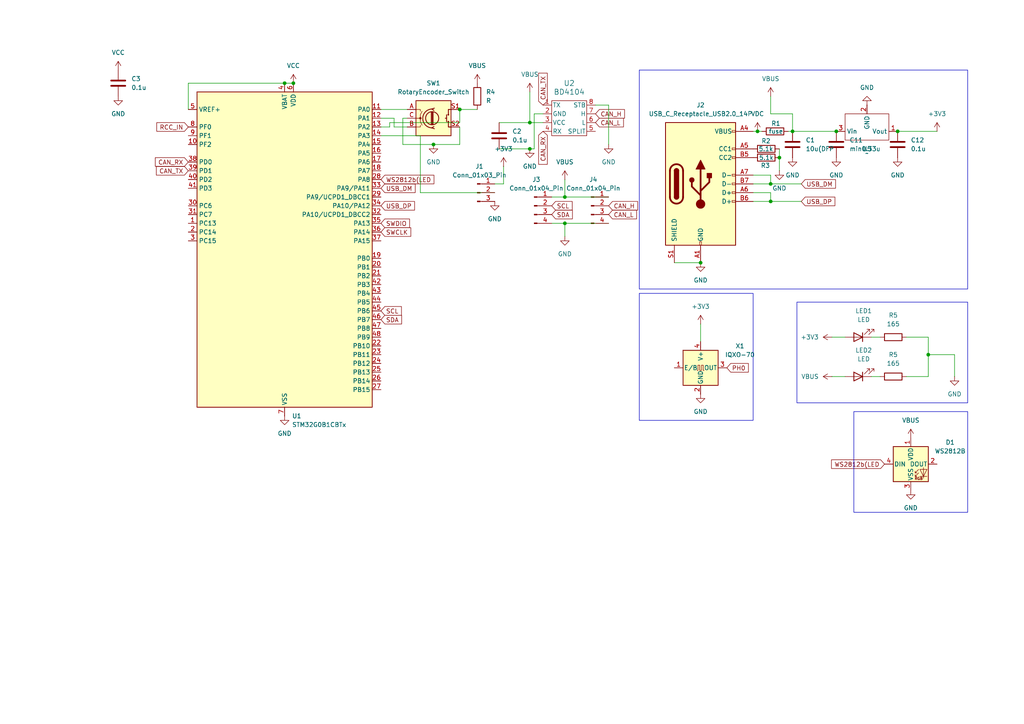
<source format=kicad_sch>
(kicad_sch (version 20250114) (generator "eeschema") (generator_version "9.0")
  (paper "A4")
  (lib_symbols
    (symbol "Connector:Conn_01x03_Pin" (pin_names (offset 1.016) (hide yes))
      (property "Reference" "J" (at 0 5.08 0))
      (property "Value" "Conn_01x03_Pin" (at 0 -5.08 0))
      (symbol "Conn_01x03_Pin_1_1"
        (rectangle (start 0.8636 2.667) (end 0 2.413) (stroke (width 0.1524)) (fill (type outline)))
        (rectangle (start 0.8636 0.127) (end 0 -0.127) (stroke (width 0.1524)) (fill (type outline)))
        (rectangle (start 0.8636 -2.413) (end 0 -2.667) (stroke (width 0.1524)) (fill (type outline)))
        (polyline (pts (xy 1.27 2.54) (xy 0.8636 2.54)) (stroke (width 0.1524)))
        (polyline (pts (xy 1.27 0) (xy 0.8636 0)) (stroke (width 0.1524)))
        (polyline (pts (xy 1.27 -2.54) (xy 0.8636 -2.54)) (stroke (width 0.1524)))
        (pin passive line (at 5.08 2.54 180) (length 3.81) (name "Pin_1") (number "1"))
        (pin passive line (at 5.08 0 180) (length 3.81) (name "Pin_2") (number "2"))
        (pin passive line (at 5.08 -2.54 180) (length 3.81) (name "Pin_3") (number "3"))
      )
    )
    (symbol "Connector:Conn_01x04_Pin" (pin_names (offset 1.016) (hide yes))
      (property "Reference" "J" (at 0 5.08 0))
      (property "Value" "Conn_01x04_Pin" (at 0 -7.62 0))
      (symbol "Conn_01x04_Pin_1_1"
        (rectangle (start 0.8636 2.667) (end 0 2.413) (stroke (width 0.1524)) (fill (type outline)))
        (rectangle (start 0.8636 0.127) (end 0 -0.127) (stroke (width 0.1524)) (fill (type outline)))
        (rectangle (start 0.8636 -2.413) (end 0 -2.667) (stroke (width 0.1524)) (fill (type outline)))
        (rectangle (start 0.8636 -4.953) (end 0 -5.207) (stroke (width 0.1524)) (fill (type outline)))
        (polyline (pts (xy 1.27 2.54) (xy 0.8636 2.54)) (stroke (width 0.1524)))
        (polyline (pts (xy 1.27 0) (xy 0.8636 0)) (stroke (width 0.1524)))
        (polyline (pts (xy 1.27 -2.54) (xy 0.8636 -2.54)) (stroke (width 0.1524)))
        (polyline (pts (xy 1.27 -5.08) (xy 0.8636 -5.08)) (stroke (width 0.1524)))
        (pin passive line (at 5.08 2.54 180) (length 3.81) (name "Pin_1") (number "1"))
        (pin passive line (at 5.08 0 180) (length 3.81) (name "Pin_2") (number "2"))
        (pin passive line (at 5.08 -2.54 180) (length 3.81) (name "Pin_3") (number "3"))
        (pin passive line (at 5.08 -5.08 180) (length 3.81) (name "Pin_4") (number "4"))
      )
    )
    (symbol "Connector:USB_C_Receptacle_USB2.0_14P" (pin_names (offset 1.016))
      (property "Reference" "J" (at 0 22.225 0))
      (property "Value" "USB_C_Receptacle_USB2.0_14P" (at 0 19.685 0))
      (symbol "USB_C_Receptacle_USB2.0_14P_0_0"
        (rectangle (start -0.254 -17.78) (end 0.254 -16.764))
        (rectangle (start 10.16 15.494) (end 9.144 14.986))
        (rectangle (start 10.16 10.414) (end 9.144 9.906))
        (rectangle (start 10.16 7.874) (end 9.144 7.366))
        (rectangle (start 10.16 2.794) (end 9.144 2.286))
        (rectangle (start 10.16 0.254) (end 9.144 -0.254))
        (rectangle (start 10.16 -2.286) (end 9.144 -2.794))
        (rectangle (start 10.16 -4.826) (end 9.144 -5.334))
      )
      (symbol "USB_C_Receptacle_USB2.0_14P_0_1"
        (rectangle (start -10.16 17.78) (end 10.16 -17.78) (stroke (width 0.254)) (fill (type background)))
        (polyline (pts (xy -8.89 -3.81) (xy -8.89 3.81)) (stroke (width 0.508)))
        (rectangle (start -7.62 -3.81) (end -6.35 3.81) (stroke (width 0.254)) (fill (type outline)))
        (arc (start -7.62 3.81) (mid -6.985 4.4423) (end -6.35 3.81) (stroke (width 0.254)))
        (arc (start -7.62 3.81) (mid -6.985 4.4423) (end -6.35 3.81) (stroke (width 0.254)) (fill (type outline)))
        (arc (start -8.89 3.81) (mid -6.985 5.7067) (end -5.08 3.81) (stroke (width 0.508)))
        (arc (start -5.08 -3.81) (mid -6.985 -5.7067) (end -8.89 -3.81) (stroke (width 0.508)))
        (arc (start -6.35 -3.81) (mid -6.985 -4.4423) (end -7.62 -3.81) (stroke (width 0.254)))
        (arc (start -6.35 -3.81) (mid -6.985 -4.4423) (end -7.62 -3.81) (stroke (width 0.254)) (fill (type outline)))
        (polyline (pts (xy -5.08 3.81) (xy -5.08 -3.81)) (stroke (width 0.508)))
        (circle (center -2.54 1.143) (radius 0.635) (stroke (width 0.254)) (fill (type outline)))
        (polyline (pts (xy -1.27 4.318) (xy 0 6.858) (xy 1.27 4.318) (xy -1.27 4.318)) (stroke (width 0.254)) (fill (type outline)))
        (polyline (pts (xy 0 -2.032) (xy 2.54 0.508) (xy 2.54 1.778)) (stroke (width 0.508)))
        (polyline (pts (xy 0 -3.302) (xy -2.54 -0.762) (xy -2.54 0.508)) (stroke (width 0.508)))
        (polyline (pts (xy 0 -5.842) (xy 0 4.318)) (stroke (width 0.508)))
        (circle (center 0 -5.842) (radius 1.27) (fill (type outline)))
        (rectangle (start 1.905 1.778) (end 3.175 3.048) (stroke (width 0.254)) (fill (type outline)))
      )
      (symbol "USB_C_Receptacle_USB2.0_14P_1_1"
        (pin passive line (at -7.62 -22.86 90) (length 5.08) (name "SHIELD") (number "S1"))
        (pin passive line (at 0 -22.86 90) (length 5.08) (name "GND") (number "A1"))
        (pin passive line (at 0 -22.86 90) (length 5.08) (hide yes) (name "GND") (number "A12"))
        (pin passive line (at 0 -22.86 90) (length 5.08) (hide yes) (name "GND") (number "B1"))
        (pin passive line (at 0 -22.86 90) (length 5.08) (hide yes) (name "GND") (number "B12"))
        (pin passive line (at 15.24 15.24 180) (length 5.08) (name "VBUS") (number "A4"))
        (pin passive line (at 15.24 15.24 180) (length 5.08) (hide yes) (name "VBUS") (number "A9"))
        (pin passive line (at 15.24 15.24 180) (length 5.08) (hide yes) (name "VBUS") (number "B4"))
        (pin passive line (at 15.24 15.24 180) (length 5.08) (hide yes) (name "VBUS") (number "B9"))
        (pin bidirectional line (at 15.24 10.16 180) (length 5.08) (name "CC1") (number "A5"))
        (pin bidirectional line (at 15.24 7.62 180) (length 5.08) (name "CC2") (number "B5"))
        (pin bidirectional line (at 15.24 2.54 180) (length 5.08) (name "D-") (number "A7"))
        (pin bidirectional line (at 15.24 0 180) (length 5.08) (name "D-") (number "B7"))
        (pin bidirectional line (at 15.24 -2.54 180) (length 5.08) (name "D+") (number "A6"))
        (pin bidirectional line (at 15.24 -5.08 180) (length 5.08) (name "D+") (number "B6"))
      )
    )
    (symbol "Device:C" (pin_numbers (hide yes)) (pin_names (offset 0.254))
      (property "Reference" "C" (at 0.635 2.54 0))
      (property "Value" "C" (at 0.635 -2.54 0))
      (symbol "C_0_1"
        (polyline (pts (xy -2.032 0.762) (xy 2.032 0.762)) (stroke (width 0.508)))
        (polyline (pts (xy -2.032 -0.762) (xy 2.032 -0.762)) (stroke (width 0.508)))
      )
      (symbol "C_1_1"
        (pin passive line (at 0 3.81 270) (length 2.794) (name "~") (number "1"))
        (pin passive line (at 0 -3.81 90) (length 2.794) (name "~") (number "2"))
      )
    )
    (symbol "Device:LED" (pin_numbers (hide yes)) (pin_names (offset 1.016) (hide yes))
      (property "Reference" "D" (at 0 2.54 0))
      (property "Value" "LED" (at 0 -2.54 0))
      (symbol "LED_0_1"
        (polyline (pts (xy -3.048 -0.762) (xy -4.572 -2.286) (xy -3.81 -2.286) (xy -4.572 -2.286) (xy -4.572 -1.524)))
        (polyline (pts (xy -1.778 -0.762) (xy -3.302 -2.286) (xy -2.54 -2.286) (xy -3.302 -2.286) (xy -3.302 -1.524)))
        (polyline (pts (xy -1.27 0) (xy 1.27 0)))
        (polyline (pts (xy -1.27 -1.27) (xy -1.27 1.27)) (stroke (width 0.254)))
        (polyline (pts (xy 1.27 -1.27) (xy 1.27 1.27) (xy -1.27 0) (xy 1.27 -1.27)) (stroke (width 0.254)))
      )
      (symbol "LED_1_1"
        (pin passive line (at -3.81 0 0) (length 2.54) (name "K") (number "1"))
        (pin passive line (at 3.81 0 180) (length 2.54) (name "A") (number "2"))
      )
    )
    (symbol "Device:R" (pin_numbers (hide yes)) (pin_names (offset 0))
      (property "Reference" "R" (at 2.032 0 90))
      (property "Value" "R" (at 0 0 90))
      (symbol "R_0_1"
        (rectangle (start -1.016 -2.54) (end 1.016 2.54) (stroke (width 0.254)))
      )
      (symbol "R_1_1"
        (pin passive line (at 0 3.81 270) (length 1.27) (name "~") (number "1"))
        (pin passive line (at 0 -3.81 90) (length 1.27) (name "~") (number "2"))
      )
    )
    (symbol "Device:RotaryEncoder_Switch" (pin_names (offset 0.254) (hide yes))
      (property "Reference" "SW" (at 0 6.604 0))
      (property "Value" "RotaryEncoder_Switch" (at 0 -6.604 0))
      (symbol "RotaryEncoder_Switch_0_1"
        (rectangle (start -5.08 5.08) (end 5.08 -5.08) (stroke (width 0.254)) (fill (type background)))
        (polyline (pts (xy -5.08 2.54) (xy -3.81 2.54) (xy -3.81 2.032)))
        (polyline (pts (xy -5.08 0) (xy -3.81 0) (xy -3.81 -1.016) (xy -3.302 -2.032)))
        (polyline (pts (xy -5.08 -2.54) (xy -3.81 -2.54) (xy -3.81 -2.032)))
        (polyline (pts (xy -4.318 0) (xy -3.81 0) (xy -3.81 1.016) (xy -3.302 2.032)))
        (circle (center -3.81 0) (radius 0.254) (fill (type outline)))
        (polyline (pts (xy -0.635 -1.778) (xy -0.635 1.778)) (stroke (width 0.254)))
        (circle (center -0.381 0) (radius 1.905) (stroke (width 0.254)))
        (polyline (pts (xy -0.381 -1.778) (xy -0.381 1.778)) (stroke (width 0.254)))
        (arc (start -0.381 -2.794) (mid -3.0988 -0.0635) (end -0.381 2.667) (stroke (width 0.254)))
        (polyline (pts (xy -0.127 1.778) (xy -0.127 -1.778)) (stroke (width 0.254)))
        (polyline (pts (xy 0.254 2.921) (xy -0.508 2.667) (xy 0.127 2.286)) (stroke (width 0.254)))
        (polyline (pts (xy 0.254 -3.048) (xy -0.508 -2.794) (xy 0.127 -2.413)) (stroke (width 0.254)))
        (polyline (pts (xy 3.81 1.016) (xy 3.81 -1.016)) (stroke (width 0.254)))
        (polyline (pts (xy 3.81 0) (xy 3.429 0)) (stroke (width 0.254)))
        (circle (center 4.318 1.016) (radius 0.127) (stroke (width 0.254)))
        (circle (center 4.318 -1.016) (radius 0.127) (stroke (width 0.254)))
        (polyline (pts (xy 5.08 2.54) (xy 4.318 2.54) (xy 4.318 1.016)) (stroke (width 0.254)))
        (polyline (pts (xy 5.08 -2.54) (xy 4.318 -2.54) (xy 4.318 -1.016)) (stroke (width 0.254)))
      )
      (symbol "RotaryEncoder_Switch_1_1"
        (pin passive line (at -7.62 2.54 0) (length 2.54) (name "A") (number "A"))
        (pin passive line (at -7.62 0 0) (length 2.54) (name "C") (number "C"))
        (pin passive line (at -7.62 -2.54 0) (length 2.54) (name "B") (number "B"))
        (pin passive line (at 7.62 2.54 180) (length 2.54) (name "S1") (number "S1"))
        (pin passive line (at 7.62 -2.54 180) (length 2.54) (name "S2") (number "S2"))
      )
    )
    (symbol "LED:WS2812B" (pin_names (offset 0.254))
      (property "Reference" "D" (at 5.08 5.715 0))
      (property "Value" "WS2812B" (at 1.27 -5.715 0))
      (symbol "WS2812B_0_0"
        (text "RGB" (at 2.286 -4.191 0) (effects (font (size 0.762 0.762))))
      )
      (symbol "WS2812B_0_1"
        (polyline (pts (xy 1.27 -2.54) (xy 1.778 -2.54)))
        (polyline (pts (xy 1.27 -3.556) (xy 1.778 -3.556)))
        (polyline (pts (xy 2.286 -1.524) (xy 1.27 -2.54) (xy 1.27 -2.032)))
        (polyline (pts (xy 2.286 -2.54) (xy 1.27 -3.556) (xy 1.27 -3.048)))
        (polyline (pts (xy 3.683 -1.016) (xy 3.683 -3.556) (xy 3.683 -4.064)))
        (polyline (pts (xy 4.699 -1.524) (xy 2.667 -1.524) (xy 3.683 -3.556) (xy 4.699 -1.524)))
        (polyline (pts (xy 4.699 -3.556) (xy 2.667 -3.556)))
        (rectangle (start 5.08 5.08) (end -5.08 -5.08) (stroke (width 0.254)) (fill (type background)))
      )
      (symbol "WS2812B_1_1"
        (pin input line (at -7.62 0 0) (length 2.54) (name "DIN") (number "4"))
        (pin power_in line (at 0 7.62 270) (length 2.54) (name "VDD") (number "1"))
        (pin power_in line (at 0 -7.62 90) (length 2.54) (name "VSS") (number "3"))
        (pin output line (at 7.62 0 180) (length 2.54) (name "DOUT") (number "2"))
      )
    )
    (symbol "MCU_ST_STM32G0:STM32G0B1CBTx"
      (property "Reference" "U" (at -25.4 46.99 0))
      (property "Value" "STM32G0B1CBTx" (at 5.08 46.99 0))
      (symbol "STM32G0B1CBTx_0_1"
        (rectangle (start -25.4 -45.72) (end 25.4 45.72) (stroke (width 0.254)) (fill (type background)))
      )
      (symbol "STM32G0B1CBTx_1_1"
        (pin input line (at -27.94 40.64 0) (length 2.54) (name "VREF+") (number "5"))
        (pin bidirectional line (at -27.94 35.56 0) (length 2.54) (name "PF0") (number "8"))
        (pin bidirectional line (at -27.94 33.02 0) (length 2.54) (name "PF1") (number "9"))
        (pin bidirectional line (at -27.94 30.48 0) (length 2.54) (name "PF2") (number "10"))
        (pin bidirectional line (at -27.94 25.4 0) (length 2.54) (name "PD0") (number "38"))
        (pin bidirectional line (at -27.94 22.86 0) (length 2.54) (name "PD1") (number "39"))
        (pin bidirectional line (at -27.94 20.32 0) (length 2.54) (name "PD2") (number "40"))
        (pin bidirectional line (at -27.94 17.78 0) (length 2.54) (name "PD3") (number "41"))
        (pin bidirectional line (at -27.94 12.7 0) (length 2.54) (name "PC6") (number "30"))
        (pin bidirectional line (at -27.94 10.16 0) (length 2.54) (name "PC7") (number "31"))
        (pin bidirectional line (at -27.94 7.62 0) (length 2.54) (name "PC13") (number "1"))
        (pin bidirectional line (at -27.94 5.08 0) (length 2.54) (name "PC14") (number "2"))
        (pin bidirectional line (at -27.94 2.54 0) (length 2.54) (name "PC15") (number "3"))
        (pin power_in line (at 0 48.26 270) (length 2.54) (name "VBAT") (number "4"))
        (pin power_in line (at 0 -48.26 90) (length 2.54) (name "VSS") (number "7"))
        (pin power_in line (at 2.54 48.26 270) (length 2.54) (name "VDD") (number "6"))
        (pin bidirectional line (at 27.94 40.64 180) (length 2.54) (name "PA0") (number "11"))
        (pin bidirectional line (at 27.94 38.1 180) (length 2.54) (name "PA1") (number "12"))
        (pin bidirectional line (at 27.94 35.56 180) (length 2.54) (name "PA2") (number "13"))
        (pin bidirectional line (at 27.94 33.02 180) (length 2.54) (name "PA3") (number "14"))
        (pin bidirectional line (at 27.94 30.48 180) (length 2.54) (name "PA4") (number "15"))
        (pin bidirectional line (at 27.94 27.94 180) (length 2.54) (name "PA5") (number "16"))
        (pin bidirectional line (at 27.94 25.4 180) (length 2.54) (name "PA6") (number "17"))
        (pin bidirectional line (at 27.94 22.86 180) (length 2.54) (name "PA7") (number "18"))
        (pin bidirectional line (at 27.94 20.32 180) (length 2.54) (name "PA8") (number "28"))
        (pin bidirectional line (at 27.94 17.78 180) (length 2.54) (name "PA9/PA11") (number "33"))
        (pin bidirectional line (at 27.94 15.24 180) (length 2.54) (name "PA9/UCPD1_DBCC1") (number "29"))
        (pin bidirectional line (at 27.94 12.7 180) (length 2.54) (name "PA10/PA12") (number "34"))
        (pin bidirectional line (at 27.94 10.16 180) (length 2.54) (name "PA10/UCPD1_DBCC2") (number "32"))
        (pin bidirectional line (at 27.94 7.62 180) (length 2.54) (name "PA13") (number "35"))
        (pin bidirectional line (at 27.94 5.08 180) (length 2.54) (name "PA14") (number "36"))
        (pin bidirectional line (at 27.94 2.54 180) (length 2.54) (name "PA15") (number "37"))
        (pin bidirectional line (at 27.94 -2.54 180) (length 2.54) (name "PB0") (number "19"))
        (pin bidirectional line (at 27.94 -5.08 180) (length 2.54) (name "PB1") (number "20"))
        (pin bidirectional line (at 27.94 -7.62 180) (length 2.54) (name "PB2") (number "21"))
        (pin bidirectional line (at 27.94 -10.16 180) (length 2.54) (name "PB3") (number "42"))
        (pin bidirectional line (at 27.94 -12.7 180) (length 2.54) (name "PB4") (number "43"))
        (pin bidirectional line (at 27.94 -15.24 180) (length 2.54) (name "PB5") (number "44"))
        (pin bidirectional line (at 27.94 -17.78 180) (length 2.54) (name "PB6") (number "45"))
        (pin bidirectional line (at 27.94 -20.32 180) (length 2.54) (name "PB7") (number "46"))
        (pin bidirectional line (at 27.94 -22.86 180) (length 2.54) (name "PB8") (number "47"))
        (pin bidirectional line (at 27.94 -25.4 180) (length 2.54) (name "PB9") (number "48"))
        (pin bidirectional line (at 27.94 -27.94 180) (length 2.54) (name "PB10") (number "22"))
        (pin bidirectional line (at 27.94 -30.48 180) (length 2.54) (name "PB11") (number "23"))
        (pin bidirectional line (at 27.94 -33.02 180) (length 2.54) (name "PB12") (number "24"))
        (pin bidirectional line (at 27.94 -35.56 180) (length 2.54) (name "PB13") (number "25"))
        (pin bidirectional line (at 27.94 -38.1 180) (length 2.54) (name "PB14") (number "26"))
        (pin bidirectional line (at 27.94 -40.64 180) (length 2.54) (name "PB15") (number "27"))
      )
    )
    (symbol "Oscillator:IQXO-70" (pin_names (offset 0.254))
      (property "Reference" "X" (at -5.08 6.35 0))
      (property "Value" "IQXO-70" (at 1.27 -6.35 0))
      (symbol "IQXO-70_0_1"
        (rectangle (start -5.08 5.08) (end 5.08 -5.08) (stroke (width 0.254)) (fill (type background)))
        (polyline (pts (xy -1.016 -0.762) (xy -0.762 -0.762) (xy -0.762 0.762) (xy -0.254 0.762) (xy -0.254 -0.762) (xy 0.254 -0.762) (xy 0.254 0.762) (xy 0.762 0.762) (xy 0.762 -0.762) (xy 1.016 -0.762)))
      )
      (symbol "IQXO-70_1_1"
        (pin input line (at -7.62 0 0) (length 2.54) (name "E/B") (number "1"))
        (pin power_in line (at 0 7.62 270) (length 2.54) (name "V+") (number "4"))
        (pin power_in line (at 0 -7.62 90) (length 2.54) (name "GND") (number "2"))
        (pin output line (at 7.62 0 180) (length 2.54) (name "OUT") (number "3"))
      )
    )
    (symbol "jisaku:BD4104" (pin_names (offset 0.254))
      (property "Reference" "U" (at -0.008 6.376 0))
      (property "Value" "BD4104" (at -0.508 8.636 0))
      (symbol "BD4104_1_1"
        (rectangle (start -5.08 5.08) (end 5.08 -5.08))
        (pin unspecified line (at -7.62 3.81 0) (length 2.54) (name "TX") (number "1"))
        (pin unspecified line (at -7.62 1.27 0) (length 2.54) (name "GND") (number "2"))
        (pin unspecified line (at -7.62 -1.27 0) (length 2.54) (name "VCC") (number "3"))
        (pin unspecified line (at -7.62 -3.81 0) (length 2.54) (name "RX") (number "4"))
        (pin unspecified line (at 7.62 3.81 180) (length 2.54) (name "STB") (number "8"))
        (pin unspecified line (at 7.62 1.27 180) (length 2.54) (name "H") (number "7"))
        (pin unspecified line (at 7.62 -1.27 180) (length 2.54) (name "L") (number "6"))
        (pin unspecified line (at 7.62 -3.81 180) (length 2.54) (name "SPLIT") (number "5"))
      )
    )
    (symbol "jisaku:NJM78L00SU3"
      (property "Reference" "U" (at 0 1.016 0))
      (symbol "NJM78L00SU3_0_1"
        (rectangle (start -6.35 2.54) (end 6.35 -5.08))
      )
      (symbol "NJM78L00SU3_1_1"
        (pin input line (at -8.89 0 0) (length 2.54) (name "Vin") (number "3"))
        (pin input line (at 0 -7.62 90) (length 2.54) (name "GND") (number "2"))
        (pin input line (at 8.89 0 180) (length 2.54) (name "Vout") (number "1"))
      )
    )
    (symbol "power:+3V3" (power) (pin_numbers (hide yes)) (pin_names (offset 0) (hide yes))
      (property "Value" "+3V3" (at 0 3.556 0))
      (symbol "+3V3_0_1"
        (polyline (pts (xy -0.762 1.27) (xy 0 2.54)))
        (polyline (pts (xy 0 2.54) (xy 0.762 1.27)))
        (polyline (pts (xy 0 0) (xy 0 2.54)))
      )
      (symbol "+3V3_1_1"
        (pin power_in line (at 0 0 90) (length 0) (name "~") (number "1"))
      )
    )
    (symbol "power:GND" (power) (pin_numbers (hide yes)) (pin_names (offset 0) (hide yes))
      (property "Value" "GND" (at 0 -3.81 0))
      (symbol "GND_0_1"
        (polyline (pts (xy 0 0) (xy 0 -1.27) (xy 1.27 -1.27) (xy 0 -2.54) (xy -1.27 -1.27) (xy 0 -1.27)))
      )
      (symbol "GND_1_1"
        (pin power_in line (at 0 0 270) (length 0) (name "~") (number "1"))
      )
    )
    (symbol "power:VBUS" (power) (pin_numbers (hide yes)) (pin_names (offset 0) (hide yes))
      (property "Value" "VBUS" (at 0 3.556 0))
      (symbol "VBUS_0_1"
        (polyline (pts (xy -0.762 1.27) (xy 0 2.54)))
        (polyline (pts (xy 0 2.54) (xy 0.762 1.27)))
        (polyline (pts (xy 0 0) (xy 0 2.54)))
      )
      (symbol "VBUS_1_1"
        (pin power_in line (at 0 0 90) (length 0) (name "~") (number "1"))
      )
    )
    (symbol "power:VCC" (power) (pin_numbers (hide yes)) (pin_names (offset 0) (hide yes))
      (property "Value" "VCC" (at 0 3.556 0))
      (symbol "VCC_0_1"
        (polyline (pts (xy -0.762 1.27) (xy 0 2.54)))
        (polyline (pts (xy 0 2.54) (xy 0.762 1.27)))
        (polyline (pts (xy 0 0) (xy 0 2.54)))
      )
      (symbol "VCC_1_1"
        (pin power_in line (at 0 0 90) (length 0) (name "~") (number "1"))
      )
    )
    (symbol "power:VDC" (power) (pin_numbers (hide yes)) (pin_names (offset 0) (hide yes))
      (property "Value" "VDC" (at 0 3.556 0))
      (symbol "VDC_0_1"
        (polyline (pts (xy -0.762 1.27) (xy 0 2.54)))
        (polyline (pts (xy 0 2.54) (xy 0.762 1.27)))
        (polyline (pts (xy 0 0) (xy 0 2.54)))
      )
      (symbol "VDC_1_1"
        (pin power_in line (at 0 0 90) (length 0) (name "~") (number "1"))
      )
    )
  )
  (rectangle (start 231.14 87.63) (end 280.67 116.84))
  (rectangle (start 185.42 85.09) (end 218.44 121.92))
  (rectangle (start 247.65 119.38) (end 280.67 148.59))
  (rectangle (start 185.42 20.32) (end 280.67 83.82))
  (junction (at 82.55 24.13))
  (junction (at 260.35 38.1))
  (junction (at 163.83 64.77))
  (junction (at 226.06 45.72))
  (junction (at 153.67 43.18))
  (junction (at 242.57 38.1))
  (junction (at 223.52 53.34))
  (junction (at 133.35 31.75))
  (junction (at 85.09 24.13))
  (junction (at 153.67 35.56))
  (junction (at 163.83 57.15))
  (junction (at 203.2 76.2))
  (junction (at 269.24 102.87))
  (junction (at 219.71 38.1))
  (junction (at 229.87 38.1))
  (junction (at 223.52 58.42))
  (junction (at 125.73 41.91))
  (wire (pts (xy 219.71 38.1) (xy 218.44 38.1)))
  (wire (pts (xy 54.61 24.13) (xy 82.55 24.13)))
  (wire (pts (xy 203.2 93.98) (xy 203.2 99.06)))
  (wire (pts (xy 218.44 58.42) (xy 223.52 58.42)))
  (wire (pts (xy 153.67 26.67) (xy 153.67 35.56)))
  (wire (pts (xy 223.52 58.42) (xy 232.41 58.42)))
  (wire (pts (xy 110.49 36.83) (xy 113.03 36.83)))
  (wire (pts (xy 113.03 36.83) (xy 113.03 35.56)))
  (wire (pts (xy 110.49 34.29) (xy 114.3 34.29)))
  (wire (pts (xy 195.58 76.2) (xy 203.2 76.2)))
  (wire (pts (xy 269.24 97.79) (xy 269.24 102.87)))
  (wire (pts (xy 163.83 52.07) (xy 163.83 57.15)))
  (wire (pts (xy 121.92 39.37) (xy 110.49 39.37)))
  (wire (pts (xy 218.44 55.88) (xy 223.52 55.88)))
  (wire (pts (xy 138.43 31.75) (xy 133.35 31.75)))
  (wire (pts (xy 163.83 57.15) (xy 176.53 57.15)))
  (wire (pts (xy 176.53 41.91) (xy 176.53 30.48)))
  (wire (pts (xy 121.92 55.88) (xy 121.92 39.37)))
  (wire (pts (xy 133.35 41.91) (xy 125.73 41.91)))
  (wire (pts (xy 154.94 43.18) (xy 153.67 43.18)))
  (wire (pts (xy 241.3 97.79) (xy 245.11 97.79)))
  (wire (pts (xy 269.24 109.22) (xy 262.89 109.22)))
  (wire (pts (xy 223.52 53.34) (xy 232.41 53.34)))
  (wire (pts (xy 260.35 38.1) (xy 271.78 38.1)))
  (wire (pts (xy 154.94 43.18) (xy 154.94 33.02)))
  (wire (pts (xy 163.83 64.77) (xy 163.83 68.58)))
  (wire (pts (xy 144.78 35.56) (xy 153.67 35.56)))
  (wire (pts (xy 269.24 102.87) (xy 276.86 102.87)))
  (wire (pts (xy 229.87 38.1) (xy 242.57 38.1)))
  (wire (pts (xy 218.44 53.34) (xy 223.52 53.34)))
  (wire (pts (xy 114.3 36.83) (xy 118.11 36.83)))
  (wire (pts (xy 223.52 55.88) (xy 223.52 58.42)))
  (wire (pts (xy 116.84 34.29) (xy 116.84 41.91)))
  (wire (pts (xy 228.6 38.1) (xy 229.87 38.1)))
  (wire (pts (xy 110.49 31.75) (xy 118.11 31.75)))
  (wire (pts (xy 218.44 50.8) (xy 223.52 50.8)))
  (wire (pts (xy 133.35 36.83) (xy 133.35 41.91)))
  (wire (pts (xy 262.89 97.79) (xy 269.24 97.79)))
  (wire (pts (xy 82.55 24.13) (xy 85.09 24.13)))
  (wire (pts (xy 146.05 53.34) (xy 143.51 53.34)))
  (wire (pts (xy 220.98 38.1) (xy 219.71 38.1)))
  (wire (pts (xy 146.05 48.26) (xy 146.05 53.34)))
  (wire (pts (xy 154.94 33.02) (xy 157.48 33.02)))
  (wire (pts (xy 226.06 43.18) (xy 226.06 45.72)))
  (wire (pts (xy 133.35 35.56) (xy 133.35 31.75)))
  (wire (pts (xy 163.83 57.15) (xy 160.02 57.15)))
  (wire (pts (xy 229.87 33.02) (xy 229.87 38.1)))
  (wire (pts (xy 143.51 55.88) (xy 121.92 55.88)))
  (wire (pts (xy 163.83 64.77) (xy 176.53 64.77)))
  (wire (pts (xy 226.06 49.53) (xy 226.06 45.72)))
  (wire (pts (xy 269.24 102.87) (xy 269.24 109.22)))
  (wire (pts (xy 276.86 102.87) (xy 276.86 109.22)))
  (wire (pts (xy 116.84 34.29) (xy 118.11 34.29)))
  (wire (pts (xy 223.52 27.94) (xy 223.52 33.02)))
  (wire (pts (xy 252.73 97.79) (xy 255.27 97.79)))
  (wire (pts (xy 160.02 64.77) (xy 163.83 64.77)))
  (wire (pts (xy 223.52 33.02) (xy 229.87 33.02)))
  (wire (pts (xy 125.73 41.91) (xy 116.84 41.91)))
  (wire (pts (xy 252.73 109.22) (xy 255.27 109.22)))
  (wire (pts (xy 176.53 30.48) (xy 172.72 30.48)))
  (wire (pts (xy 153.67 35.56) (xy 157.48 35.56)))
  (wire (pts (xy 153.67 43.18) (xy 144.78 43.18)))
  (wire (pts (xy 241.3 109.22) (xy 245.11 109.22)))
  (wire (pts (xy 114.3 34.29) (xy 114.3 36.83)))
  (wire (pts (xy 54.61 31.75) (xy 54.61 24.13)))
  (wire (pts (xy 113.03 35.56) (xy 133.35 35.56)))
  (wire (pts (xy 223.52 50.8) (xy 223.52 53.34)))
  (global_label "CAN_RX" (shape input) (at 54.61 46.99 180) (property "Intersheetrefs" "${INTERSHEET_REFS}" (effects (hide yes))))
  (global_label "USB_DM" (shape input) (at 110.49 54.61 0) (property "Intersheetrefs" "${INTERSHEET_REFS}" (effects (hide yes))))
  (global_label "CAN_TX" (shape input) (at 157.48 30.48 90) (property "Intersheetrefs" "${INTERSHEET_REFS}" (effects (hide yes))))
  (global_label "USB_DP" (shape input) (at 232.41 58.42 0) (property "Intersheetrefs" "${INTERSHEET_REFS}" (effects (hide yes))))
  (global_label "RCC_IN" (shape input) (at 54.61 36.83 180) (property "Intersheetrefs" "${INTERSHEET_REFS}" (effects (hide yes))))
  (global_label "CAN_TX" (shape input) (at 54.61 49.53 180) (property "Intersheetrefs" "${INTERSHEET_REFS}" (effects (hide yes))))
  (global_label "WS2812b(LED" (shape input) (at 110.49 52.07 0) (property "Intersheetrefs" "${INTERSHEET_REFS}" (effects (hide yes))))
  (global_label "SCL" (shape input) (at 110.49 90.17 0) (property "Intersheetrefs" "${INTERSHEET_REFS}" (effects (hide yes))))
  (global_label "CAN_H" (shape input) (at 176.53 59.69 0) (property "Intersheetrefs" "${INTERSHEET_REFS}" (effects (hide yes))))
  (global_label "SDA" (shape input) (at 110.49 92.71 0) (property "Intersheetrefs" "${INTERSHEET_REFS}" (effects (hide yes))))
  (global_label "CAN_H" (shape input) (at 172.72 33.02 0) (property "Intersheetrefs" "${INTERSHEET_REFS}" (effects (hide yes))))
  (global_label "CAN_RX" (shape input) (at 157.48 38.1 270) (property "Intersheetrefs" "${INTERSHEET_REFS}" (effects (hide yes))))
  (global_label "USB_DP" (shape input) (at 110.49 59.69 0) (property "Intersheetrefs" "${INTERSHEET_REFS}" (effects (hide yes))))
  (global_label "USB_DM" (shape input) (at 232.41 53.34 0) (property "Intersheetrefs" "${INTERSHEET_REFS}" (effects (hide yes))))
  (global_label "WS2812b(LED" (shape input) (at 256.54 134.62 180) (property "Intersheetrefs" "${INTERSHEET_REFS}" (effects (hide yes))))
  (global_label "SCL" (shape input) (at 160.02 59.69 0) (property "Intersheetrefs" "${INTERSHEET_REFS}" (effects (hide yes))))
  (global_label "CAN_L" (shape input) (at 172.72 35.56 0) (property "Intersheetrefs" "${INTERSHEET_REFS}" (effects (hide yes))))
  (global_label "SWCLK" (shape input) (at 110.49 67.31 0) (property "Intersheetrefs" "${INTERSHEET_REFS}" (effects (hide yes))))
  (global_label "PH0" (shape input) (at 210.82 106.68 0) (property "Intersheetrefs" "${INTERSHEET_REFS}" (effects (hide yes))))
  (global_label "SWDIO" (shape input) (at 110.49 64.77 0) (property "Intersheetrefs" "${INTERSHEET_REFS}" (effects (hide yes))))
  (global_label "CAN_L" (shape input) (at 176.53 62.23 0) (property "Intersheetrefs" "${INTERSHEET_REFS}" (effects (hide yes))))
  (global_label "SDA" (shape input) (at 160.02 62.23 0) (property "Intersheetrefs" "${INTERSHEET_REFS}" (effects (hide yes))))
  (symbol (lib_id "power:GND") (at 153.67 43.18 0) (unit 1)
    (property "Reference" "#PWR08" (effects (hide yes)))
    (property "Value" "GND" (at 153.67 48.26 0))
    (property "Description" "Power symbol creates a global label with name \"GND\" , ground" (effects (hide yes)))
  )
  (symbol (lib_id "power:VBUS") (at 223.52 27.94 0) (unit 1)
    (property "Reference" "#PWR03" (effects (hide yes)))
    (property "Value" "VBUS" (at 223.52 22.86 0))
    (property "Description" "Power symbol creates a global label with name \"VBUS\"" (effects (hide yes)))
  )
  (symbol (lib_id "Device:C") (at 242.57 41.91 0) (unit 1)
    (property "Reference" "C11" (at 246.38 40.6399 0) (effects (justify left)))
    (property "Value" "min0.33u" (at 246.38 43.1799 0) (effects (justify left)))
    (property "Footprint" "Capacitor_SMD:C_0603_1608Metric" (effects (hide yes)))
    (property "Description" "Unpolarized capacitor" (effects (hide yes)))
  )
  (symbol (lib_id "power:VBUS") (at 264.16 127 0) (unit 1)
    (property "Reference" "#PWR022" (effects (hide yes)))
    (property "Value" "VBUS" (at 264.16 121.92 0))
    (property "Description" "Power symbol creates a global label with name \"VBUS\"" (effects (hide yes)))
  )
  (symbol (lib_id "Device:LED") (at 248.92 97.79 180) (unit 1)
    (property "Reference" "LED1" (at 250.5075 90.17 0))
    (property "Value" "LED" (at 250.5075 92.71 0))
    (property "Footprint" "LED_SMD:LED_0603_1608Metric_Pad1.05x0.95mm_HandSolder" (effects (hide yes)))
    (property "Description" "Light emitting diode" (effects (hide yes)))
  )
  (symbol (lib_id "power:VBUS") (at 241.3 109.22 90) (unit 1)
    (property "Reference" "#PWR019" (effects (hide yes)))
    (property "Value" "VBUS" (at 237.49 109.2199 90) (effects (justify left)))
    (property "Description" "Power symbol creates a global label with name \"VBUS\"" (effects (hide yes)))
  )
  (symbol (lib_id "power:GND") (at 34.29 27.94 0) (unit 1)
    (property "Reference" "#PWR018" (effects (hide yes)))
    (property "Value" "GND" (at 34.29 33.02 0))
    (property "Description" "Power symbol creates a global label with name \"GND\" , ground" (effects (hide yes)))
  )
  (symbol (lib_id "LED:WS2812B") (at 264.16 134.62 0) (unit 1)
    (property "Reference" "D1" (at 275.59 128.3014 0))
    (property "Value" "WS2812B" (at 275.59 130.8414 0))
    (property "Footprint" "LED_SMD:LED_WS2812B_PLCC4_5.0x5.0mm_P3.2mm" (effects (hide yes)))
    (property "Datasheet" "https://cdn-shop.adafruit.com/datasheets/WS2812B.pdf" (effects (hide yes)))
    (property "Description" "RGB LED with integrated controller" (effects (hide yes)))
  )
  (symbol (lib_id "power:VBUS") (at 138.43 24.13 0) (unit 1)
    (property "Reference" "#PWR016" (effects (hide yes)))
    (property "Value" "VBUS" (at 138.43 19.05 0))
    (property "Description" "Power symbol creates a global label with name \"VBUS\"" (effects (hide yes)))
  )
  (symbol (lib_id "jisaku:BD4104") (at 165.1 34.29 0) (unit 1)
    (property "Reference" "U2" (at 165.1 24.13 0) (effects (font (size 1.524 1.524))))
    (property "Value" "BD4104" (at 165.1 26.67 0) (effects (font (size 1.524 1.524))))
    (property "Footprint" "SOP-J8" (effects (hide yes)))
    (property "Datasheet" "SOP-J8" (effects (hide yes)))
  )
  (symbol (lib_id "power:GND") (at 82.55 120.65 0) (unit 1)
    (property "Reference" "#PWR01" (effects (hide yes)))
    (property "Value" "GND" (at 82.55 125.73 0))
    (property "Description" "Power symbol creates a global label with name \"GND\" , ground" (effects (hide yes)))
  )
  (symbol (lib_id "power:GND") (at 276.86 109.22 0) (unit 1)
    (property "Reference" "#PWR020" (effects (hide yes)))
    (property "Value" "GND" (at 276.86 114.3 0))
    (property "Description" "Power symbol creates a global label with name \"GND\" , ground" (effects (hide yes)))
  )
  (symbol (lib_id "power:GND") (at 125.73 41.91 0) (unit 1)
    (property "Reference" "#PWR015" (effects (hide yes)))
    (property "Value" "GND" (at 125.73 46.99 0))
    (property "Description" "Power symbol creates a global label with name \"GND\" , ground" (effects (hide yes)))
  )
  (symbol (lib_id "Device:R") (at 259.08 109.22 90) (unit 1)
    (property "Reference" "R5" (at 259.08 102.87 90))
    (property "Value" "165" (at 259.08 105.41 90))
    (property "Footprint" "Resistor_SMD:R_0603_1608Metric_Pad0.98x0.95mm_HandSolder" (effects (hide yes)))
    (property "Description" "Resistor" (effects (hide yes)))
  )
  (symbol (lib_id "Connector:USB_C_Receptacle_USB2.0_14P") (at 203.2 53.34 0) (unit 1)
    (property "Reference" "J2" (at 203.2 30.48 0))
    (property "Value" "USB_C_Receptacle_USB2.0_14P" (at 203.2 33.02 0))
    (property "Footprint" "jisaku:USB_C_Receptacle_aitendo" (effects (hide yes)))
    (property "Datasheet" "https://www.usb.org/sites/default/files/documents/usb_type-c.zip" (effects (hide yes)))
    (property "Description" "USB 2.0-only 14P Type-C Receptacle connector" (effects (hide yes)))
  )
  (symbol (lib_id "Connector:Conn_01x04_Pin") (at 171.45 59.69 0) (unit 1)
    (property "Reference" "J4" (at 172.085 52.07 0))
    (property "Value" "Conn_01x04_Pin" (at 172.085 54.61 0))
    (property "Description" "Generic connector, single row, 01x04, script generated" (effects (hide yes)))
  )
  (symbol (lib_id "power:+3V3") (at 146.05 48.26 0) (unit 1)
    (property "Reference" "#PWR023" (effects (hide yes)))
    (property "Value" "+3V3" (at 146.05 43.18 0))
    (property "Description" "Power symbol creates a global label with name \"+3V3\"" (effects (hide yes)))
  )
  (symbol (lib_id "power:VBUS") (at 163.83 52.07 0) (unit 1)
    (property "Reference" "#PWR014" (effects (hide yes)))
    (property "Value" "VBUS" (at 163.83 46.99 0))
    (property "Description" "Power symbol creates a global label with name \"VBUS\"" (effects (hide yes)))
  )
  (symbol (lib_id "Device:R") (at 224.79 38.1 90) (unit 1)
    (property "Reference" "R1" (at 225.044 35.814 90))
    (property "Value" "fuse" (at 225.044 38.1 90))
    (property "Footprint" "Resistor_SMD:R_0603_1608Metric_Pad0.98x0.95mm_HandSolder" (effects (hide yes)))
    (property "Description" "Resistor" (effects (hide yes)))
  )
  (symbol (lib_id "power:GND") (at 242.57 45.72 0) (unit 1)
    (property "Reference" "#PWR04" (effects (hide yes)))
    (property "Value" "GND" (at 242.57 50.8 0))
    (property "Description" "Power symbol creates a global label with name \"GND\" , ground" (effects (hide yes)))
  )
  (symbol (lib_id "power:VDC") (at 219.71 38.1 0) (unit 1)
    (property "Reference" "#PWR030" (effects (hide yes)))
    (property "Value" "VDC" (at 219.71 33.02 0))
    (property "Description" "Power symbol creates a global label with name \"VDC\"" (effects (hide yes)))
  )
  (symbol (lib_id "Device:C") (at 229.87 41.91 0) (unit 1)
    (property "Reference" "C1" (at 233.68 40.6399 0) (effects (justify left)))
    (property "Value" "10u(DFP" (at 233.68 43.1799 0) (effects (justify left)))
    (property "Footprint" "Capacitor_SMD:C_0603_1608Metric" (effects (hide yes)))
    (property "Description" "Unpolarized capacitor" (effects (hide yes)))
  )
  (symbol (lib_id "Device:RotaryEncoder_Switch") (at 125.73 34.29 0) (unit 1)
    (property "Reference" "SW1" (at 125.73 24.13 0))
    (property "Value" "RotaryEncoder_Switch" (at 125.73 26.67 0))
    (property "Description" "Rotary encoder, dual channel, incremental quadrate outputs, with switch" (effects (hide yes)))
  )
  (symbol (lib_id "power:GND") (at 203.2 76.2 0) (unit 1)
    (property "Reference" "#PWR06" (effects (hide yes)))
    (property "Value" "GND" (at 203.2 81.28 0))
    (property "Description" "Power symbol creates a global label with name \"GND\" , ground" (effects (hide yes)))
  )
  (symbol (lib_id "power:GND") (at 264.16 142.24 0) (unit 1)
    (property "Reference" "#PWR034" (effects (hide yes)))
    (property "Value" "GND" (at 264.16 147.32 0))
    (property "Description" "Power symbol creates a global label with name \"GND\" , ground" (effects (hide yes)))
  )
  (symbol (lib_id "power:GND") (at 163.83 68.58 0) (unit 1)
    (property "Reference" "#PWR013" (effects (hide yes)))
    (property "Value" "GND" (at 163.83 73.66 0))
    (property "Description" "Power symbol creates a global label with name \"GND\" , ground" (effects (hide yes)))
  )
  (symbol (lib_id "MCU_ST_STM32G0:STM32G0B1CBTx") (at 82.55 72.39 0) (unit 1)
    (property "Reference" "U1" (at 84.6933 120.65 0) (effects (justify left)))
    (property "Value" "STM32G0B1CBTx" (at 84.6933 123.19 0) (effects (justify left)))
    (property "Footprint" "Package_QFP:LQFP-48_7x7mm_P0.5mm" (effects (hide yes)))
    (property "Datasheet" "https://www.st.com/resource/en/datasheet/stm32g0b1cb.pdf" (effects (hide yes)))
    (property "Description" "STMicroelectronics Arm Cortex-M0+ MCU, 128KB flash, 144KB RAM, 64 MHz, 1.7-3.6V, 44 GPIO, LQFP48" (effects (hide yes)))
  )
  (symbol (lib_id "power:GND") (at 260.35 45.72 0) (unit 1)
    (property "Reference" "#PWR05" (effects (hide yes)))
    (property "Value" "GND" (at 260.35 50.8 0))
    (property "Description" "Power symbol creates a global label with name \"GND\" , ground" (effects (hide yes)))
  )
  (symbol (lib_id "power:GND") (at 143.51 58.42 0) (unit 1)
    (property "Reference" "#PWR024" (effects (hide yes)))
    (property "Value" "GND" (at 143.51 63.5 0))
    (property "Description" "Power symbol creates a global label with name \"GND\" , ground" (effects (hide yes)))
  )
  (symbol (lib_id "Device:R") (at 222.25 45.72 90) (unit 1)
    (property "Reference" "R3" (at 221.996 48.006 90))
    (property "Value" "5.1k" (at 222.25 45.72 90))
    (property "Footprint" "Resistor_SMD:R_0603_1608Metric_Pad0.98x0.95mm_HandSolder" (effects (hide yes)))
    (property "Description" "Resistor" (effects (hide yes)))
  )
  (symbol (lib_id "Connector:Conn_01x03_Pin") (at 138.43 55.88 0) (unit 1)
    (property "Reference" "J1" (at 139.065 48.26 0))
    (property "Value" "Conn_01x03_Pin" (at 139.065 50.8 0))
    (property "Description" "Generic connector, single row, 01x03, script generated" (effects (hide yes)))
  )
  (symbol (lib_id "Device:C") (at 34.29 24.13 0) (unit 1)
    (property "Reference" "C3" (at 38.1 22.8599 0) (effects (justify left)))
    (property "Value" "0.1u" (at 38.1 25.3999 0) (effects (justify left)))
    (property "Description" "Unpolarized capacitor" (effects (hide yes)))
  )
  (symbol (lib_id "power:GND") (at 176.53 41.91 0) (unit 1)
    (property "Reference" "#PWR012" (effects (hide yes)))
    (property "Value" "GND" (at 176.53 46.99 0))
    (property "Description" "Power symbol creates a global label with name \"GND\" , ground" (effects (hide yes)))
  )
  (symbol (lib_id "power:GND") (at 251.46 30.48 180) (unit 1)
    (property "Reference" "#PWR07" (effects (hide yes)))
    (property "Value" "GND" (at 251.46 25.4 0))
    (property "Description" "Power symbol creates a global label with name \"GND\" , ground" (effects (hide yes)))
  )
  (symbol (lib_id "power:GND") (at 226.06 49.53 0) (unit 1)
    (property "Reference" "#PWR09" (effects (hide yes)))
    (property "Value" "GND" (at 226.06 54.61 0))
    (property "Description" "Power symbol creates a global label with name \"GND\" , ground" (effects (hide yes)))
  )
  (symbol (lib_id "Device:R") (at 222.25 43.18 270) (unit 1)
    (property "Reference" "R2" (at 223.52 40.894 90) (effects (justify right)))
    (property "Value" "5.1k" (at 224.282 43.18 90) (effects (justify right)))
    (property "Footprint" "Resistor_SMD:R_0603_1608Metric_Pad0.98x0.95mm_HandSolder" (effects (hide yes)))
    (property "Description" "Resistor" (effects (hide yes)))
  )
  (symbol (lib_id "Device:C") (at 144.78 39.37 0) (unit 1)
    (property "Reference" "C2" (at 148.59 38.0999 0) (effects (justify left)))
    (property "Value" "0.1u" (at 148.59 40.6399 0) (effects (justify left)))
    (property "Description" "Unpolarized capacitor" (effects (hide yes)))
  )
  (symbol (lib_id "Device:R") (at 259.08 97.79 90) (unit 1)
    (property "Reference" "R5" (at 259.08 91.44 90))
    (property "Value" "165" (at 259.08 93.98 90))
    (property "Footprint" "Resistor_SMD:R_0603_1608Metric_Pad0.98x0.95mm_HandSolder" (effects (hide yes)))
    (property "Description" "Resistor" (effects (hide yes)))
  )
  (symbol (lib_id "Device:R") (at 138.43 27.94 0) (unit 1)
    (property "Reference" "R4" (at 140.97 26.6699 0) (effects (justify left)))
    (property "Value" "R" (at 140.97 29.2099 0) (effects (justify left)))
    (property "Description" "Resistor" (effects (hide yes)))
  )
  (symbol (lib_id "power:+3V3") (at 203.2 93.98 0) (unit 1)
    (property "Reference" "#PWR019" (effects (hide yes)))
    (property "Value" "+3V3" (at 203.2 88.9 0))
    (property "Description" "Power symbol creates a global label with name \"+3V3\"" (effects (hide yes)))
  )
  (symbol (lib_id "power:GND") (at 203.2 114.3 0) (unit 1)
    (property "Reference" "#PWR020" (effects (hide yes)))
    (property "Value" "GND" (at 203.2 119.38 0))
    (property "Description" "Power symbol creates a global label with name \"GND\" , ground" (effects (hide yes)))
  )
  (symbol (lib_id "power:+3V3") (at 271.78 38.1 0) (unit 1)
    (property "Reference" "#PWR011" (effects (hide yes)))
    (property "Value" "+3V3" (at 271.78 33.02 0))
    (property "Description" "Power symbol creates a global label with name \"+3V3\"" (effects (hide yes)))
  )
  (symbol (lib_id "Device:C") (at 260.35 41.91 0) (unit 1)
    (property "Reference" "C12" (at 264.16 40.6399 0) (effects (justify left)))
    (property "Value" "0.1u" (at 264.16 43.1799 0) (effects (justify left)))
    (property "Footprint" "Capacitor_SMD:C_0603_1608Metric" (effects (hide yes)))
    (property "Description" "Unpolarized capacitor" (effects (hide yes)))
  )
  (symbol (lib_id "jisaku:NJM78L00SU3") (at 251.46 38.1 0) (mirror x) (unit 1)
    (property "Reference" "U5" (at 251.46 43.18 0))
    (property "Value" "~" (at 251.46 44.45 0))
    (property "Footprint" "jisaku:SOT-89-3" (effects (hide yes)))
  )
  (symbol (lib_id "Device:LED") (at 248.92 109.22 180) (unit 1)
    (property "Reference" "LED2" (at 250.5075 101.6 0))
    (property "Value" "LED" (at 250.5075 104.14 0))
    (property "Footprint" "LED_SMD:LED_0603_1608Metric_Pad1.05x0.95mm_HandSolder" (effects (hide yes)))
    (property "Description" "Light emitting diode" (effects (hide yes)))
  )
  (symbol (lib_id "power:VBUS") (at 153.67 26.67 0) (unit 1)
    (property "Reference" "#PWR010" (effects (hide yes)))
    (property "Value" "VBUS" (at 153.67 21.59 0))
    (property "Description" "Power symbol creates a global label with name \"VBUS\"" (effects (hide yes)))
  )
  (symbol (lib_id "power:+3V3") (at 241.3 97.79 90) (unit 1)
    (property "Reference" "#PWR021" (effects (hide yes)))
    (property "Value" "+3V3" (at 237.49 97.7899 90) (effects (justify left)))
    (property "Description" "Power symbol creates a global label with name \"+3V3\"" (effects (hide yes)))
  )
  (symbol (lib_id "Oscillator:IQXO-70") (at 203.2 106.68 0) (unit 1)
    (property "Reference" "X1" (at 214.63 100.3614 0))
    (property "Value" "IQXO-70" (at 214.63 102.9014 0))
    (property "Footprint" "Oscillator:Oscillator_SMD_IQD_IQXO70-4Pin_7.5x5.0mm" (effects (hide yes)))
    (property "Datasheet" "http://www.iqdfrequencyproducts.com/products/details/iqxo-70-11-30.pdf" (effects (hide yes)))
    (property "Description" "Crystal Clock Oscillator, SMD package 7.5x5.0mm²" (effects (hide yes)))
  )
  (symbol (lib_id "Connector:Conn_01x04_Pin") (at 154.94 59.69 0) (unit 1)
    (property "Reference" "J3" (at 155.575 52.07 0))
    (property "Value" "Conn_01x04_Pin" (at 155.575 54.61 0))
    (property "Description" "Generic connector, single row, 01x04, script generated" (effects (hide yes)))
  )
  (symbol (lib_id "power:VCC") (at 85.09 24.13 0) (unit 1)
    (property "Reference" "#PWR02" (effects (hide yes)))
    (property "Value" "VCC" (at 85.09 19.05 0))
    (property "Description" "Power symbol creates a global label with name \"VCC\"" (effects (hide yes)))
  )
  (symbol (lib_id "power:VCC") (at 34.29 20.32 0) (unit 1)
    (property "Reference" "#PWR017" (effects (hide yes)))
    (property "Value" "VCC" (at 34.29 15.24 0))
    (property "Description" "Power symbol creates a global label with name \"VCC\"" (effects (hide yes)))
  )
  (symbol (lib_id "power:GND") (at 229.87 45.72 0) (unit 1)
    (property "Reference" "#PWR0101" (effects (hide yes)))
    (property "Value" "GND" (at 229.87 50.8 0))
    (property "Description" "Power symbol creates a global label with name \"GND\" , ground" (effects (hide yes)))
  )
)
</source>
